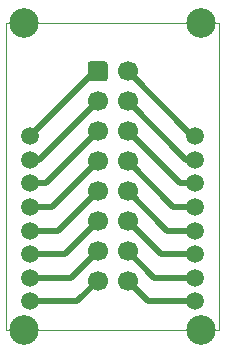
<source format=gbr>
G04 #@! TF.GenerationSoftware,KiCad,Pcbnew,6.0.10+dfsg-1~bpo11+1*
G04 #@! TF.ProjectId,top,746f702e-6b69-4636-9164-5f7063625858,rev?*
G04 #@! TF.SameCoordinates,Original*
G04 #@! TF.FileFunction,Copper,L1,Top*
G04 #@! TF.FilePolarity,Positive*
%FSLAX46Y46*%
G04 Gerber Fmt 4.6, Leading zero omitted, Abs format (unit mm)*
%MOMM*%
%LPD*%
G01*
G04 APERTURE LIST*
G04 #@! TA.AperFunction,Profile*
%ADD10C,0.120000*%
G04 #@! TD*
G04 #@! TA.AperFunction,ComponentPad*
%ADD11C,1.500000*%
G04 #@! TD*
G04 #@! TA.AperFunction,ComponentPad*
%ADD12C,2.500000*%
G04 #@! TD*
G04 #@! TA.AperFunction,ComponentPad*
%ADD13C,1.700000*%
G04 #@! TD*
G04 #@! TA.AperFunction,Conductor*
%ADD14C,0.500000*%
G04 #@! TD*
G04 APERTURE END LIST*
D10*
X166500000Y-100000000D02*
X184500000Y-100000000D01*
X184500000Y-100000000D02*
X184500000Y-126000000D01*
X184500000Y-126000000D02*
X166500000Y-126000000D01*
X166500000Y-126000000D02*
X166500000Y-100000000D01*
D11*
X168500000Y-109600000D03*
X168500000Y-111600000D03*
X168500000Y-113600000D03*
X168500000Y-115600000D03*
X168500000Y-117600000D03*
X168500000Y-119600000D03*
X168500000Y-121600000D03*
X168500000Y-123600000D03*
X182500000Y-123600000D03*
X182500000Y-121600000D03*
X182500000Y-119600000D03*
X182500000Y-117600000D03*
X182500000Y-115600000D03*
X182500000Y-113600000D03*
X182500000Y-111600000D03*
X182500000Y-109600000D03*
D12*
X168000000Y-100000000D03*
X183000000Y-100000000D03*
X183000000Y-126000000D03*
X168000000Y-126000000D03*
G04 #@! TA.AperFunction,ComponentPad*
G36*
G01*
X173402500Y-104710000D02*
X173402500Y-103510000D01*
G75*
G02*
X173652500Y-103260000I250000J0D01*
G01*
X174852500Y-103260000D01*
G75*
G02*
X175102500Y-103510000I0J-250000D01*
G01*
X175102500Y-104710000D01*
G75*
G02*
X174852500Y-104960000I-250000J0D01*
G01*
X173652500Y-104960000D01*
G75*
G02*
X173402500Y-104710000I0J250000D01*
G01*
G37*
G04 #@! TD.AperFunction*
D13*
X176792500Y-104110000D03*
X174252500Y-106650000D03*
X176792500Y-106650000D03*
X174252500Y-109190000D03*
X176792500Y-109190000D03*
X174252500Y-111730000D03*
X176792500Y-111730000D03*
X174252500Y-114270000D03*
X176792500Y-114270000D03*
X174252500Y-116810000D03*
X176792500Y-116810000D03*
X174252500Y-119350000D03*
X176792500Y-119350000D03*
X174252500Y-121890000D03*
X176792500Y-121890000D03*
D14*
X174252500Y-104110000D02*
X173990000Y-104110000D01*
X173990000Y-104110000D02*
X168500000Y-109600000D01*
X176792500Y-104110000D02*
X182282500Y-109600000D01*
X182282500Y-109600000D02*
X182500000Y-109600000D01*
X169302500Y-111600000D02*
X168500000Y-111600000D01*
X174252500Y-106650000D02*
X169302500Y-111600000D01*
X181742500Y-111600000D02*
X182500000Y-111600000D01*
X176792500Y-106650000D02*
X181742500Y-111600000D01*
X174252500Y-109190000D02*
X169842500Y-113600000D01*
X169842500Y-113600000D02*
X168500000Y-113600000D01*
X176792500Y-109190000D02*
X181202500Y-113600000D01*
X181202500Y-113600000D02*
X182500000Y-113600000D01*
X174252500Y-111730000D02*
X170382500Y-115600000D01*
X170382500Y-115600000D02*
X168500000Y-115600000D01*
X176792500Y-111730000D02*
X180662500Y-115600000D01*
X180662500Y-115600000D02*
X182500000Y-115600000D01*
X170922500Y-117600000D02*
X168500000Y-117600000D01*
X174252500Y-114270000D02*
X170922500Y-117600000D01*
X180122500Y-117600000D02*
X182500000Y-117600000D01*
X176792500Y-114270000D02*
X180122500Y-117600000D01*
X174252500Y-116810000D02*
X171462500Y-119600000D01*
X171462500Y-119600000D02*
X168500000Y-119600000D01*
X179582500Y-119600000D02*
X182500000Y-119600000D01*
X176792500Y-116810000D02*
X179582500Y-119600000D01*
X172002500Y-121600000D02*
X168500000Y-121600000D01*
X174252500Y-119350000D02*
X172002500Y-121600000D01*
X176792500Y-119350000D02*
X179042500Y-121600000D01*
X179042500Y-121600000D02*
X182500000Y-121600000D01*
X172542500Y-123600000D02*
X168500000Y-123600000D01*
X174252500Y-121890000D02*
X172542500Y-123600000D01*
X176792500Y-121890000D02*
X178502500Y-123600000D01*
X178502500Y-123600000D02*
X182500000Y-123600000D01*
M02*

</source>
